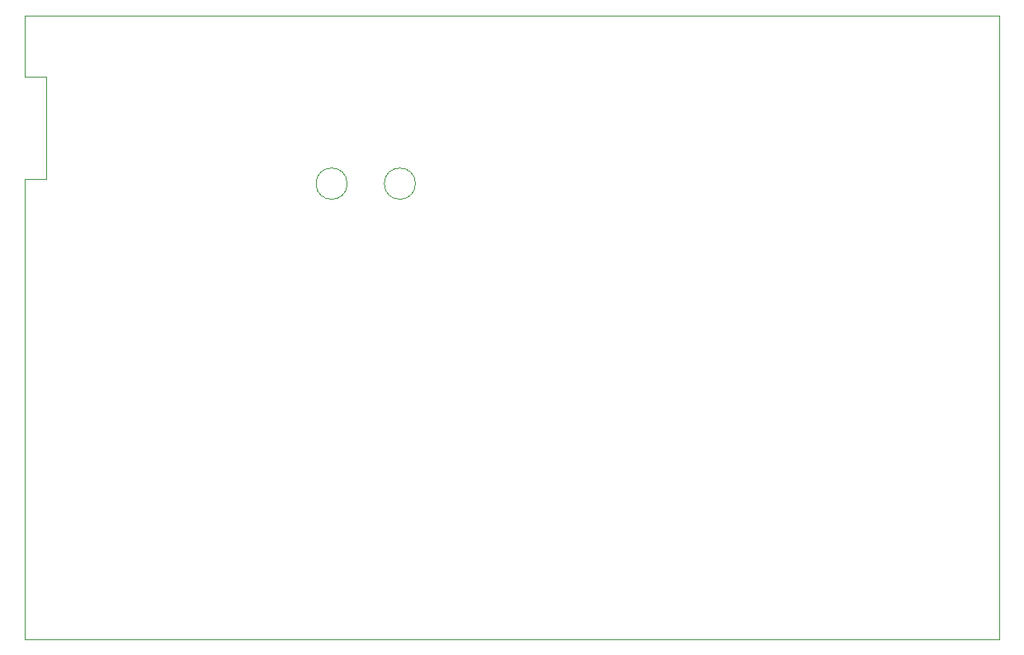
<source format=gbr>
%TF.GenerationSoftware,KiCad,Pcbnew,9.0.2*%
%TF.CreationDate,2025-07-08T09:46:19+02:00*%
%TF.ProjectId,Tastatur,54617374-6174-4757-922e-6b696361645f,rev?*%
%TF.SameCoordinates,Original*%
%TF.FileFunction,Profile,NP*%
%FSLAX46Y46*%
G04 Gerber Fmt 4.6, Leading zero omitted, Abs format (unit mm)*
G04 Created by KiCad (PCBNEW 9.0.2) date 2025-07-08 09:46:19*
%MOMM*%
%LPD*%
G01*
G04 APERTURE LIST*
%TA.AperFunction,Profile*%
%ADD10C,0.050000*%
%TD*%
G04 APERTURE END LIST*
D10*
X148500000Y-28250000D02*
X148500000Y-92250000D01*
X50750000Y-34500000D02*
X50750000Y-45000000D01*
X148500000Y-92250000D02*
X48500000Y-92250000D01*
X48500000Y-34500000D02*
X50750000Y-34500000D01*
X81600000Y-45500000D02*
G75*
G02*
X78400000Y-45500000I-1600000J0D01*
G01*
X78400000Y-45500000D02*
G75*
G02*
X81600000Y-45500000I1600000J0D01*
G01*
X88600000Y-45500000D02*
G75*
G02*
X85400000Y-45500000I-1600000J0D01*
G01*
X85400000Y-45500000D02*
G75*
G02*
X88600000Y-45500000I1600000J0D01*
G01*
X48500000Y-34500000D02*
X48500000Y-28250000D01*
X48500000Y-92250000D02*
X48500000Y-45000000D01*
X50750000Y-45000000D02*
X48500000Y-45000000D01*
X48500000Y-28250000D02*
X148500000Y-28250000D01*
M02*

</source>
